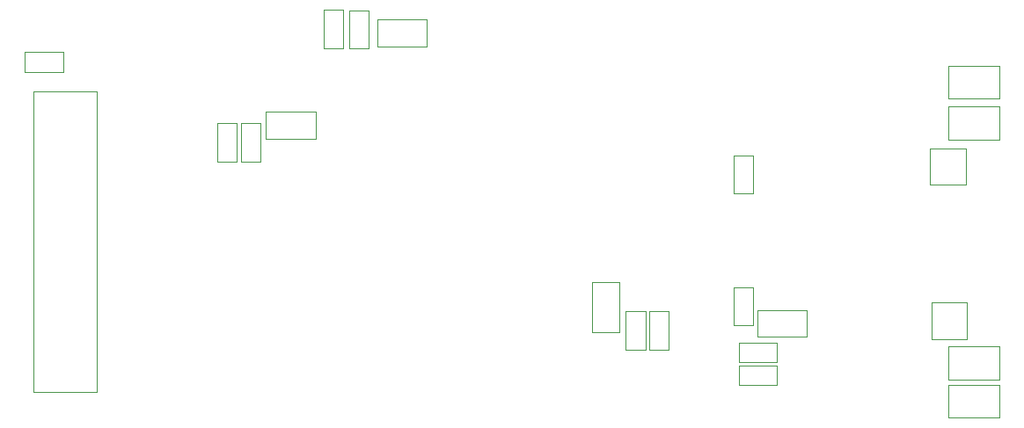
<source format=gbr>
%TF.GenerationSoftware,KiCad,Pcbnew,(5.1.7)-1*%
%TF.CreationDate,2021-08-03T20:44:09-04:00*%
%TF.ProjectId,PhoneInterface,50686f6e-6549-46e7-9465-72666163652e,rev?*%
%TF.SameCoordinates,Original*%
%TF.FileFunction,Other,User*%
%FSLAX46Y46*%
G04 Gerber Fmt 4.6, Leading zero omitted, Abs format (unit mm)*
G04 Created by KiCad (PCBNEW (5.1.7)-1) date 2021-08-03 20:44:09*
%MOMM*%
%LPD*%
G01*
G04 APERTURE LIST*
%ADD10C,0.050000*%
G04 APERTURE END LIST*
D10*
%TO.C,R19*%
X94171400Y-82692200D02*
X94171400Y-84592200D01*
X94171400Y-84592200D02*
X97871400Y-84592200D01*
X97871400Y-84592200D02*
X97871400Y-82692200D01*
X97871400Y-82692200D02*
X94171400Y-82692200D01*
%TO.C,R18*%
X154244000Y-111371500D02*
X156144000Y-111371500D01*
X156144000Y-111371500D02*
X156144000Y-107671500D01*
X156144000Y-107671500D02*
X154244000Y-107671500D01*
X154244000Y-107671500D02*
X154244000Y-111371500D01*
%TO.C,R17*%
X116901000Y-89542500D02*
X115001000Y-89542500D01*
X115001000Y-89542500D02*
X115001000Y-93242500D01*
X115001000Y-93242500D02*
X116901000Y-93242500D01*
X116901000Y-93242500D02*
X116901000Y-89542500D01*
%TO.C,R16*%
X152021500Y-111371500D02*
X153921500Y-111371500D01*
X153921500Y-111371500D02*
X153921500Y-107671500D01*
X153921500Y-107671500D02*
X152021500Y-107671500D01*
X152021500Y-107671500D02*
X152021500Y-111371500D01*
%TO.C,R15*%
X114615000Y-89548600D02*
X112715000Y-89548600D01*
X112715000Y-89548600D02*
X112715000Y-93248600D01*
X112715000Y-93248600D02*
X114615000Y-93248600D01*
X114615000Y-93248600D02*
X114615000Y-89548600D01*
%TO.C,R14*%
X127315000Y-78668000D02*
X125415000Y-78668000D01*
X125415000Y-78668000D02*
X125415000Y-82368000D01*
X125415000Y-82368000D02*
X127315000Y-82368000D01*
X127315000Y-82368000D02*
X127315000Y-78668000D01*
%TO.C,R13*%
X162885000Y-112905500D02*
X162885000Y-114805500D01*
X162885000Y-114805500D02*
X166585000Y-114805500D01*
X166585000Y-114805500D02*
X166585000Y-112905500D01*
X166585000Y-112905500D02*
X162885000Y-112905500D01*
%TO.C,R12*%
X124825800Y-82358600D02*
X124825800Y-78658600D01*
X122925800Y-82358600D02*
X124825800Y-82358600D01*
X122925800Y-78658600D02*
X122925800Y-82358600D01*
X124825800Y-78658600D02*
X122925800Y-78658600D01*
%TO.C,R11*%
X162885000Y-110683000D02*
X162885000Y-112583000D01*
X162885000Y-112583000D02*
X166585000Y-112583000D01*
X166585000Y-112583000D02*
X166585000Y-110683000D01*
X166585000Y-110683000D02*
X162885000Y-110683000D01*
%TO.C,R9*%
X187997000Y-87178000D02*
X187997000Y-84018000D01*
X187997000Y-84018000D02*
X183097000Y-84018000D01*
X183097000Y-84018000D02*
X183097000Y-87178000D01*
X183097000Y-87178000D02*
X187997000Y-87178000D01*
%TO.C,R8*%
X187997000Y-91115000D02*
X187997000Y-87955000D01*
X187997000Y-87955000D02*
X183097000Y-87955000D01*
X183097000Y-87955000D02*
X183097000Y-91115000D01*
X183097000Y-91115000D02*
X187997000Y-91115000D01*
%TO.C,R7*%
X164272000Y-92654000D02*
X162372000Y-92654000D01*
X162372000Y-92654000D02*
X162372000Y-96354000D01*
X162372000Y-96354000D02*
X164272000Y-96354000D01*
X164272000Y-96354000D02*
X164272000Y-92654000D01*
%TO.C,R6*%
X162372000Y-109038000D02*
X164272000Y-109038000D01*
X164272000Y-109038000D02*
X164272000Y-105338000D01*
X164272000Y-105338000D02*
X162372000Y-105338000D01*
X162372000Y-105338000D02*
X162372000Y-109038000D01*
%TO.C,R5*%
X187997000Y-117912000D02*
X187997000Y-114752000D01*
X187997000Y-114752000D02*
X183097000Y-114752000D01*
X183097000Y-114752000D02*
X183097000Y-117912000D01*
X183097000Y-117912000D02*
X187997000Y-117912000D01*
%TO.C,R4*%
X187997000Y-114229000D02*
X187997000Y-111069000D01*
X187997000Y-111069000D02*
X183097000Y-111069000D01*
X183097000Y-111069000D02*
X183097000Y-114229000D01*
X183097000Y-114229000D02*
X187997000Y-114229000D01*
%TO.C,Q6*%
X148814000Y-104851500D02*
X148814000Y-109651500D01*
X151414000Y-104851500D02*
X148814000Y-104851500D01*
X151414000Y-109651500D02*
X151414000Y-104851500D01*
X148814000Y-109651500D02*
X151414000Y-109651500D01*
%TO.C,Q5*%
X122161000Y-88425500D02*
X117361000Y-88425500D01*
X122161000Y-91025500D02*
X122161000Y-88425500D01*
X117361000Y-91025500D02*
X122161000Y-91025500D01*
X117361000Y-88425500D02*
X117361000Y-91025500D01*
%TO.C,Q4*%
X132896000Y-79535500D02*
X128096000Y-79535500D01*
X132896000Y-82135500D02*
X132896000Y-79535500D01*
X128096000Y-82135500D02*
X132896000Y-82135500D01*
X128096000Y-79535500D02*
X128096000Y-82135500D01*
%TO.C,Q3*%
X169468500Y-107539000D02*
X164668500Y-107539000D01*
X169468500Y-110139000D02*
X169468500Y-107539000D01*
X164668500Y-110139000D02*
X169468500Y-110139000D01*
X164668500Y-107539000D02*
X164668500Y-110139000D01*
%TO.C,J1*%
X94974000Y-115465000D02*
X94974000Y-86465000D01*
X94974000Y-86465000D02*
X101124000Y-86465000D01*
X101124000Y-86465000D02*
X101124000Y-115465000D01*
X101124000Y-115465000D02*
X94974000Y-115465000D01*
%TO.C,D7*%
X181323000Y-95476000D02*
X184723000Y-95476000D01*
X184723000Y-95476000D02*
X184723000Y-91976000D01*
X184723000Y-91976000D02*
X181323000Y-91976000D01*
X181323000Y-91976000D02*
X181323000Y-95476000D01*
%TO.C,D2*%
X184834000Y-106835000D02*
X181434000Y-106835000D01*
X181434000Y-106835000D02*
X181434000Y-110335000D01*
X181434000Y-110335000D02*
X184834000Y-110335000D01*
X184834000Y-110335000D02*
X184834000Y-106835000D01*
%TD*%
M02*

</source>
